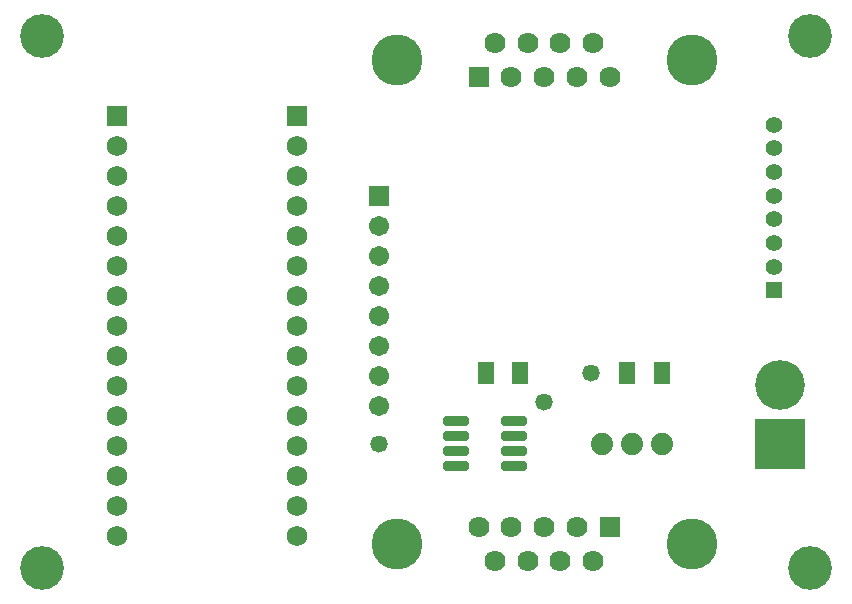
<source format=gts>
G04*
G04 #@! TF.GenerationSoftware,Altium Limited,Altium Designer,22.8.2 (66)*
G04*
G04 Layer_Color=8388736*
%FSLAX42Y42*%
%MOMM*%
G71*
G04*
G04 #@! TF.SameCoordinates,73A1F774-0F22-46A5-B85E-6585DDB94E85*
G04*
G04*
G04 #@! TF.FilePolarity,Negative*
G04*
G01*
G75*
%ADD16R,1.33X1.97*%
G04:AMPARAMS|DCode=17|XSize=2.17mm|YSize=0.8mm|CornerRadius=0.18mm|HoleSize=0mm|Usage=FLASHONLY|Rotation=0.000|XOffset=0mm|YOffset=0mm|HoleType=Round|Shape=RoundedRectangle|*
%AMROUNDEDRECTD17*
21,1,2.17,0.45,0,0,0.0*
21,1,1.82,0.80,0,0,0.0*
1,1,0.35,0.91,-0.23*
1,1,0.35,-0.91,-0.23*
1,1,0.35,-0.91,0.23*
1,1,0.35,0.91,0.23*
%
%ADD17ROUNDEDRECTD17*%
%ADD18R,1.71X1.71*%
%ADD19C,1.71*%
%ADD20C,4.32*%
%ADD21R,1.78X1.78*%
%ADD22C,1.78*%
%ADD23R,1.41X1.41*%
%ADD24C,1.41*%
%ADD25C,3.70*%
%ADD26C,1.88*%
%ADD27C,1.73*%
%ADD28R,1.73X1.73*%
%ADD29C,4.20*%
%ADD30R,4.20X4.20*%
%ADD31C,1.47*%
D16*
X5203Y1900D02*
D03*
X5497D02*
D03*
X4006D02*
D03*
X4300D02*
D03*
D17*
X3753Y1490D02*
D03*
Y1364D02*
D03*
Y1236D02*
D03*
Y1110D02*
D03*
X4247D02*
D03*
Y1236D02*
D03*
Y1364D02*
D03*
Y1490D02*
D03*
D18*
X3100Y3398D02*
D03*
D19*
Y3144D02*
D03*
Y2890D02*
D03*
Y2636D02*
D03*
Y2382D02*
D03*
Y2128D02*
D03*
Y1874D02*
D03*
Y1620D02*
D03*
D20*
X5749Y450D02*
D03*
X3251D02*
D03*
Y4550D02*
D03*
X5749D02*
D03*
D21*
X5054Y592D02*
D03*
X3946Y4408D02*
D03*
D22*
X4915Y308D02*
D03*
X4777Y592D02*
D03*
X4638Y308D02*
D03*
X4500Y592D02*
D03*
X4362Y308D02*
D03*
X4223Y592D02*
D03*
X4085Y308D02*
D03*
X3946Y592D02*
D03*
X4085Y4692D02*
D03*
X4223Y4408D02*
D03*
X4362Y4692D02*
D03*
X4500Y4408D02*
D03*
X4638Y4692D02*
D03*
X4777Y4408D02*
D03*
X4915Y4692D02*
D03*
X5054Y4408D02*
D03*
D23*
X6450Y2600D02*
D03*
D24*
Y2800D02*
D03*
Y3000D02*
D03*
Y3200D02*
D03*
Y3400D02*
D03*
Y4000D02*
D03*
Y3600D02*
D03*
Y3800D02*
D03*
D25*
X6750Y4750D02*
D03*
Y250D02*
D03*
X250D02*
D03*
Y4750D02*
D03*
D26*
X5500Y1300D02*
D03*
X4992D02*
D03*
X5246D02*
D03*
D27*
X888Y516D02*
D03*
Y770D02*
D03*
Y1023D02*
D03*
Y1277D02*
D03*
Y1531D02*
D03*
Y1785D02*
D03*
Y2040D02*
D03*
Y2293D02*
D03*
Y2548D02*
D03*
Y2801D02*
D03*
Y3056D02*
D03*
Y3310D02*
D03*
Y3563D02*
D03*
Y3817D02*
D03*
X2412Y516D02*
D03*
Y770D02*
D03*
Y1023D02*
D03*
Y1277D02*
D03*
Y1531D02*
D03*
Y1785D02*
D03*
Y2040D02*
D03*
Y2293D02*
D03*
Y2548D02*
D03*
Y2801D02*
D03*
Y3056D02*
D03*
Y3310D02*
D03*
Y3563D02*
D03*
Y3817D02*
D03*
D28*
X888Y4072D02*
D03*
X2412D02*
D03*
D29*
X6500Y1800D02*
D03*
D30*
Y1300D02*
D03*
D31*
X4900Y1900D02*
D03*
X4500Y1650D02*
D03*
X3100Y1300D02*
D03*
M02*

</source>
